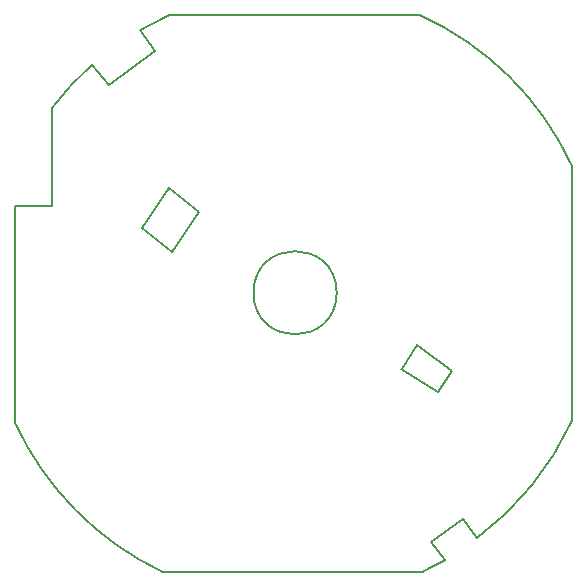
<source format=gm1>
G04 #@! TF.FileFunction,Profile,NP*
%FSLAX46Y46*%
G04 Gerber Fmt 4.6, Leading zero omitted, Abs format (unit mm)*
G04 Created by KiCad (PCBNEW 4.0.7) date 01/22/18 18:56:20*
%MOMM*%
%LPD*%
G01*
G04 APERTURE LIST*
%ADD10C,0.100000*%
%ADD11C,0.200000*%
G04 APERTURE END LIST*
D10*
D11*
X153370810Y-91060000D02*
G75*
G03X153370810Y-91060000I-3520810J0D01*
G01*
X136720000Y-68840000D02*
X138020000Y-70590000D01*
X132640000Y-71760000D02*
X134100000Y-73450000D01*
X141740000Y-84220000D02*
X139160000Y-82200000D01*
X139460000Y-87580000D02*
X141740000Y-84220000D01*
X136860000Y-85590000D02*
X139460000Y-87580000D01*
X136850000Y-85590000D02*
X139160000Y-82200000D01*
X160130000Y-95470000D02*
X158860000Y-97490000D01*
X163110000Y-97680000D02*
X160130000Y-95470000D01*
X161950000Y-99470000D02*
X163110000Y-97690000D01*
X158850000Y-97490000D02*
X161940000Y-99470000D01*
X160660243Y-114666577D02*
G75*
G03X162560000Y-113690000I-10937983J23613997D01*
G01*
X165206659Y-111849841D02*
G75*
G03X173298540Y-101885680I-15428519J20797261D01*
G01*
X164032620Y-110244820D02*
X165210000Y-111850000D01*
X161383400Y-112170140D02*
X164032620Y-110244820D01*
X162560000Y-113690000D02*
X161383400Y-112170140D01*
X134100000Y-73450000D02*
X138020000Y-70590000D01*
X139215324Y-67544062D02*
G75*
G03X136720000Y-68830000I10588216J-23610118D01*
G01*
X132644687Y-71764034D02*
G75*
G03X129285000Y-75390000I17158853J-19268226D01*
G01*
X126156133Y-102110760D02*
G75*
G03X138609760Y-114687280I23693127J11007380D01*
G01*
X173290899Y-80332306D02*
G75*
G03X160370000Y-67540000I-23477139J-10791594D01*
G01*
X139220000Y-67540000D02*
X160365500Y-67540000D01*
X129293040Y-83727220D02*
X129285000Y-75390000D01*
X126160000Y-83740000D02*
X129293040Y-83727220D01*
X173300000Y-101880000D02*
X173290000Y-80340000D01*
X138610000Y-114690000D02*
X160660243Y-114666578D01*
X126160000Y-83740000D02*
X126150000Y-102110000D01*
M02*

</source>
